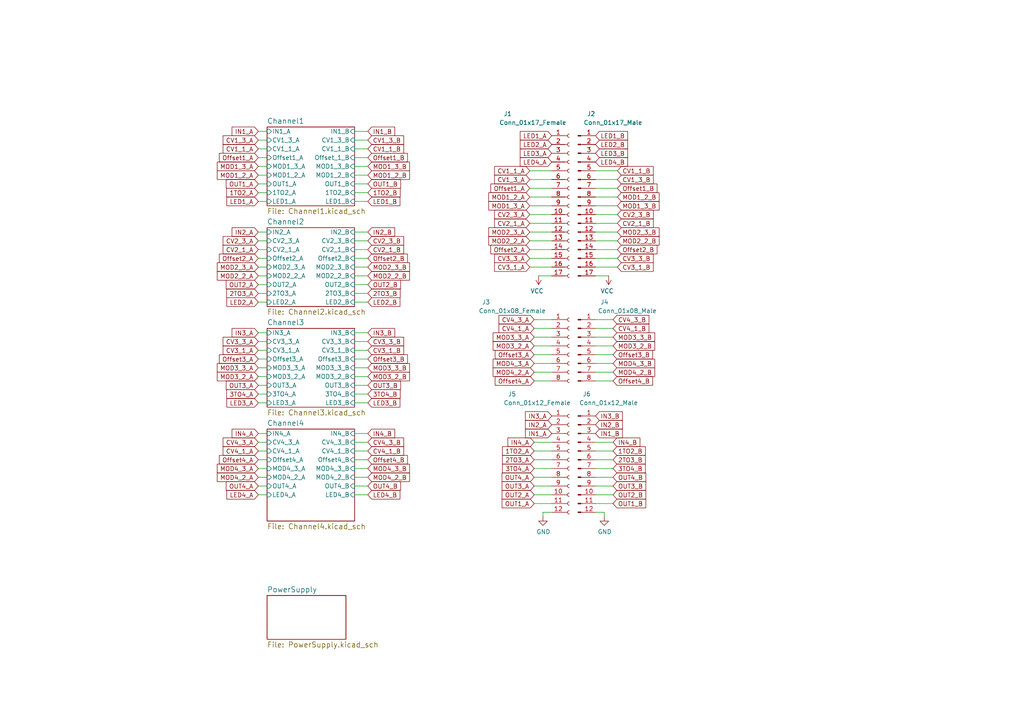
<source format=kicad_sch>
(kicad_sch (version 20211123) (generator eeschema)
  (paper "A4")
  (title_block (title "Tetra VCA") (date "2021-07-21") (rev "1") (company "SOLI.SYNTH") (comment 1 "www.solisynth.com"))
  (lib_symbols
    (symbol "TetraVCA-rescue:Conn_01x08_Female-Connector" (pin_names (offset 1.016) hide)
      (property "Reference" "J" (at 0 10.16 0))
      (property "Value" "Conn_01x08_Female-Connector" (at 0 -12.7 0))
      (symbol "Conn_01x08_Female-Connector_1_1"
        (arc (start 0 -9.652) (mid -0.508 -10.16) (end 0 -10.668) (stroke (width 0.1524)))
        (arc (start 0 -7.112) (mid -0.508 -7.62) (end 0 -8.128) (stroke (width 0.1524)))
        (arc (start 0 -4.572) (mid -0.508 -5.08) (end 0 -5.588) (stroke (width 0.1524)))
        (arc (start 0 -2.032) (mid -0.508 -2.54) (end 0 -3.048) (stroke (width 0.1524)))
        (polyline (pts (xy -1.27 -10.16) (xy -0.508 -10.16)) (stroke (width 0.1524)))
        (polyline (pts (xy -1.27 -7.62) (xy -0.508 -7.62)) (stroke (width 0.1524)))
        (polyline (pts (xy -1.27 -5.08) (xy -0.508 -5.08)) (stroke (width 0.1524)))
        (polyline (pts (xy -1.27 -2.54) (xy -0.508 -2.54)) (stroke (width 0.1524)))
        (polyline (pts (xy -1.27 0) (xy -0.508 0)) (stroke (width 0.1524)))
        (polyline (pts (xy -1.27 2.54) (xy -0.508 2.54)) (stroke (width 0.1524)))
        (polyline (pts (xy -1.27 5.08) (xy -0.508 5.08)) (stroke (width 0.1524)))
        (polyline (pts (xy -1.27 7.62) (xy -0.508 7.62)) (stroke (width 0.1524)))
        (arc (start 0 0.508) (mid -0.508 0) (end 0 -0.508) (stroke (width 0.1524)))
        (arc (start 0 3.048) (mid -0.508 2.54) (end 0 2.032) (stroke (width 0.1524)))
        (arc (start 0 5.588) (mid -0.508 5.08) (end 0 4.572) (stroke (width 0.1524)))
        (arc (start 0 8.128) (mid -0.508 7.62) (end 0 7.112) (stroke (width 0.1524)))
        (pin passive line (at -5.08 7.62 0) (length 3.81) (name "Pin_1") (number "1"))
        (pin passive line (at -5.08 5.08 0) (length 3.81) (name "Pin_2") (number "2"))
        (pin passive line (at -5.08 2.54 0) (length 3.81) (name "Pin_3") (number "3"))
        (pin passive line (at -5.08 0 0) (length 3.81) (name "Pin_4") (number "4"))
        (pin passive line (at -5.08 -2.54 0) (length 3.81) (name "Pin_5") (number "5"))
        (pin passive line (at -5.08 -5.08 0) (length 3.81) (name "Pin_6") (number "6"))
        (pin passive line (at -5.08 -7.62 0) (length 3.81) (name "Pin_7") (number "7"))
        (pin passive line (at -5.08 -10.16 0) (length 3.81) (name "Pin_8") (number "8"))
      )
    )
    (symbol "TetraVCA-rescue:Conn_01x08_Male-Connector" (pin_names (offset 1.016) hide)
      (property "Reference" "J" (at 0 10.16 0))
      (property "Value" "Conn_01x08_Male-Connector" (at 0 -12.7 0))
      (symbol "Conn_01x08_Male-Connector_1_1"
        (polyline (pts (xy 1.27 -10.16) (xy 0.8636 -10.16)) (stroke (width 0.1524)))
        (polyline (pts (xy 1.27 -7.62) (xy 0.8636 -7.62)) (stroke (width 0.1524)))
        (polyline (pts (xy 1.27 -5.08) (xy 0.8636 -5.08)) (stroke (width 0.1524)))
        (polyline (pts (xy 1.27 -2.54) (xy 0.8636 -2.54)) (stroke (width 0.1524)))
        (polyline (pts (xy 1.27 0) (xy 0.8636 0)) (stroke (width 0.1524)))
        (polyline (pts (xy 1.27 2.54) (xy 0.8636 2.54)) (stroke (width 0.1524)))
        (polyline (pts (xy 1.27 5.08) (xy 0.8636 5.08)) (stroke (width 0.1524)))
        (polyline (pts (xy 1.27 7.62) (xy 0.8636 7.62)) (stroke (width 0.1524)))
        (rectangle (start 0.8636 -10.033) (end 0 -10.287) (stroke (width 0.1524)) (fill (type outline)))
        (rectangle (start 0.8636 -7.493) (end 0 -7.747) (stroke (width 0.1524)) (fill (type outline)))
        (rectangle (start 0.8636 -4.953) (end 0 -5.207) (stroke (width 0.1524)) (fill (type outline)))
        (rectangle (start 0.8636 -2.413) (end 0 -2.667) (stroke (width 0.1524)) (fill (type outline)))
        (rectangle (start 0.8636 0.127) (end 0 -0.127) (stroke (width 0.1524)) (fill (type outline)))
        (rectangle (start 0.8636 2.667) (end 0 2.413) (stroke (width 0.1524)) (fill (type outline)))
        (rectangle (start 0.8636 5.207) (end 0 4.953) (stroke (width 0.1524)) (fill (type outline)))
        (rectangle (start 0.8636 7.747) (end 0 7.493) (stroke (width 0.1524)) (fill (type outline)))
        (pin passive line (at 5.08 7.62 180) (length 3.81) (name "Pin_1") (number "1"))
        (pin passive line (at 5.08 5.08 180) (length 3.81) (name "Pin_2") (number "2"))
        (pin passive line (at 5.08 2.54 180) (length 3.81) (name "Pin_3") (number "3"))
        (pin passive line (at 5.08 0 180) (length 3.81) (name "Pin_4") (number "4"))
        (pin passive line (at 5.08 -2.54 180) (length 3.81) (name "Pin_5") (number "5"))
        (pin passive line (at 5.08 -5.08 180) (length 3.81) (name "Pin_6") (number "6"))
        (pin passive line (at 5.08 -7.62 180) (length 3.81) (name "Pin_7") (number "7"))
        (pin passive line (at 5.08 -10.16 180) (length 3.81) (name "Pin_8") (number "8"))
      )
    )
    (symbol "TetraVCA-rescue:Conn_01x12_Female-Connector" (pin_names (offset 1.016) hide)
      (property "Reference" "J" (at 0 15.24 0))
      (property "Value" "Conn_01x12_Female-Connector" (at 0 -17.78 0))
      (symbol "Conn_01x12_Female-Connector_1_1"
        (arc (start 0 -14.732) (mid -0.508 -15.24) (end 0 -15.748) (stroke (width 0.1524)))
        (arc (start 0 -12.192) (mid -0.508 -12.7) (end 0 -13.208) (stroke (width 0.1524)))
        (arc (start 0 -9.652) (mid -0.508 -10.16) (end 0 -10.668) (stroke (width 0.1524)))
        (arc (start 0 -7.112) (mid -0.508 -7.62) (end 0 -8.128) (stroke (width 0.1524)))
        (arc (start 0 -4.572) (mid -0.508 -5.08) (end 0 -5.588) (stroke (width 0.1524)))
        (arc (start 0 -2.032) (mid -0.508 -2.54) (end 0 -3.048) (stroke (width 0.1524)))
        (polyline (pts (xy -1.27 -15.24) (xy -0.508 -15.24)) (stroke (width 0.1524)))
        (polyline (pts (xy -1.27 -12.7) (xy -0.508 -12.7)) (stroke (width 0.1524)))
        (polyline (pts (xy -1.27 -10.16) (xy -0.508 -10.16)) (stroke (width 0.1524)))
        (polyline (pts (xy -1.27 -7.62) (xy -0.508 -7.62)) (stroke (width 0.1524)))
        (polyline (pts (xy -1.27 -5.08) (xy -0.508 -5.08)) (stroke (width 0.1524)))
        (polyline (pts (xy -1.27 -2.54) (xy -0.508 -2.54)) (stroke (width 0.1524)))
        (polyline (pts (xy -1.27 0) (xy -0.508 0)) (stroke (width 0.1524)))
        (polyline (pts (xy -1.27 2.54) (xy -0.508 2.54)) (stroke (width 0.1524)))
        (polyline (pts (xy -1.27 5.08) (xy -0.508 5.08)) (stroke (width 0.1524)))
        (polyline (pts (xy -1.27 7.62) (xy -0.508 7.62)) (stroke (width 0.1524)))
        (polyline (pts (xy -1.27 10.16) (xy -0.508 10.16)) (stroke (width 0.1524)))
        (polyline (pts (xy -1.27 12.7) (xy -0.508 12.7)) (stroke (width 0.1524)))
        (arc (start 0 0.508) (mid -0.508 0) (end 0 -0.508) (stroke (width 0.1524)))
        (arc (start 0 3.048) (mid -0.508 2.54) (end 0 2.032) (stroke (width 0.1524)))
        (arc (start 0 5.588) (mid -0.508 5.08) (end 0 4.572) (stroke (width 0.1524)))
        (arc (start 0 8.128) (mid -0.508 7.62) (end 0 7.112) (stroke (width 0.1524)))
        (arc (start 0 10.668) (mid -0.508 10.16) (end 0 9.652) (stroke (width 0.1524)))
        (arc (start 0 13.208) (mid -0.508 12.7) (end 0 12.192) (stroke (width 0.1524)))
        (pin passive line (at -5.08 12.7 0) (length 3.81) (name "Pin_1") (number "1"))
        (pin passive line (at -5.08 -10.16 0) (length 3.81) (name "Pin_10") (number "10"))
        (pin passive line (at -5.08 -12.7 0) (length 3.81) (name "Pin_11") (number "11"))
        (pin passive line (at -5.08 -15.24 0) (length 3.81) (name "Pin_12") (number "12"))
        (pin passive line (at -5.08 10.16 0) (length 3.81) (name "Pin_2") (number "2"))
        (pin passive line (at -5.08 7.62 0) (length 3.81) (name "Pin_3") (number "3"))
        (pin passive line (at -5.08 5.08 0) (length 3.81) (name "Pin_4") (number "4"))
        (pin passive line (at -5.08 2.54 0) (length 3.81) (name "Pin_5") (number "5"))
        (pin passive line (at -5.08 0 0) (length 3.81) (name "Pin_6") (number "6"))
        (pin passive line (at -5.08 -2.54 0) (length 3.81) (name "Pin_7") (number "7"))
        (pin passive line (at -5.08 -5.08 0) (length 3.81) (name "Pin_8") (number "8"))
        (pin passive line (at -5.08 -7.62 0) (length 3.81) (name "Pin_9") (number "9"))
      )
    )
    (symbol "TetraVCA-rescue:Conn_01x12_Male-Connector" (pin_names (offset 1.016) hide)
      (property "Reference" "J" (at 0 15.24 0))
      (property "Value" "Conn_01x12_Male-Connector" (at 0 -17.78 0))
      (symbol "Conn_01x12_Male-Connector_1_1"
        (polyline (pts (xy 1.27 -15.24) (xy 0.8636 -15.24)) (stroke (width 0.1524)))
        (polyline (pts (xy 1.27 -12.7) (xy 0.8636 -12.7)) (stroke (width 0.1524)))
        (polyline (pts (xy 1.27 -10.16) (xy 0.8636 -10.16)) (stroke (width 0.1524)))
        (polyline (pts (xy 1.27 -7.62) (xy 0.8636 -7.62)) (stroke (width 0.1524)))
        (polyline (pts (xy 1.27 -5.08) (xy 0.8636 -5.08)) (stroke (width 0.1524)))
        (polyline (pts (xy 1.27 -2.54) (xy 0.8636 -2.54)) (stroke (width 0.1524)))
        (polyline (pts (xy 1.27 0) (xy 0.8636 0)) (stroke (width 0.1524)))
        (polyline (pts (xy 1.27 2.54) (xy 0.8636 2.54)) (stroke (width 0.1524)))
        (polyline (pts (xy 1.27 5.08) (xy 0.8636 5.08)) (stroke (width 0.1524)))
        (polyline (pts (xy 1.27 7.62) (xy 0.8636 7.62)) (stroke (width 0.1524)))
        (polyline (pts (xy 1.27 10.16) (xy 0.8636 10.16)) (stroke (width 0.1524)))
        (polyline (pts (xy 1.27 12.7) (xy 0.8636 12.7)) (stroke (width 0.1524)))
        (rectangle (start 0.8636 -15.113) (end 0 -15.367) (stroke (width 0.1524)) (fill (type outline)))
        (rectangle (start 0.8636 -12.573) (end 0 -12.827) (stroke (width 0.1524)) (fill (type outline)))
        (rectangle (start 0.8636 -10.033) (end 0 -10.287) (stroke (width 0.1524)) (fill (type outline)))
        (rectangle (start 0.8636 -7.493) (end 0 -7.747) (stroke (width 0.1524)) (fill (type outline)))
        (rectangle (start 0.8636 -4.953) (end 0 -5.207) (stroke (width 0.1524)) (fill (type outline)))
        (rectangle (start 0.8636 -2.413) (end 0 -2.667) (stroke (width 0.1524)) (fill (type outline)))
        (rectangle (start 0.8636 0.127) (end 0 -0.127) (stroke (width 0.1524)) (fill (type outline)))
        (rectangle (start 0.8636 2.667) (end 0 2.413) (stroke (width 0.1524)) (fill (type outline)))
        (rectangle (start 0.8636 5.207) (end 0 4.953) (stroke (width 0.1524)) (fill (type outline)))
        (rectangle (start 0.8636 7.747) (end 0 7.493) (stroke (width 0.1524)) (fill (type outline)))
        (rectangle (start 0.8636 10.287) (end 0 10.033) (stroke (width 0.1524)) (fill (type outline)))
        (rectangle (start 0.8636 12.827) (end 0 12.573) (stroke (width 0.1524)) (fill (type outline)))
        (pin passive line (at 5.08 12.7 180) (length 3.81) (name "Pin_1") (number "1"))
        (pin passive line (at 5.08 -10.16 180) (length 3.81) (name "Pin_10") (number "10"))
        (pin passive line (at 5.08 -12.7 180) (length 3.81) (name "Pin_11") (number "11"))
        (pin passive line (at 5.08 -15.24 180) (length 3.81) (name "Pin_12") (number "12"))
        (pin passive line (at 5.08 10.16 180) (length 3.81) (name "Pin_2") (number "2"))
        (pin passive line (at 5.08 7.62 180) (length 3.81) (name "Pin_3") (number "3"))
        (pin passive line (at 5.08 5.08 180) (length 3.81) (name "Pin_4") (number "4"))
        (pin passive line (at 5.08 2.54 180) (length 3.81) (name "Pin_5") (number "5"))
        (pin passive line (at 5.08 0 180) (length 3.81) (name "Pin_6") (number "6"))
        (pin passive line (at 5.08 -2.54 180) (length 3.81) (name "Pin_7") (number "7"))
        (pin passive line (at 5.08 -5.08 180) (length 3.81) (name "Pin_8") (number "8"))
        (pin passive line (at 5.08 -7.62 180) (length 3.81) (name "Pin_9") (number "9"))
      )
    )
    (symbol "TetraVCA-rescue:Conn_01x17_Female-Connector" (pin_names (offset 1.016) hide)
      (property "Reference" "J" (at 0 22.86 0))
      (property "Value" "Conn_01x17_Female-Connector" (at 0 -22.86 0))
      (symbol "Conn_01x17_Female-Connector_1_1"
        (arc (start 0 -19.812) (mid -0.508 -20.32) (end 0 -20.828) (stroke (width 0.1524)))
        (arc (start 0 -17.272) (mid -0.508 -17.78) (end 0 -18.288) (stroke (width 0.1524)))
        (arc (start 0 -14.732) (mid -0.508 -15.24) (end 0 -15.748) (stroke (width 0.1524)))
        (arc (start 0 -12.192) (mid -0.508 -12.7) (end 0 -13.208) (stroke (width 0.1524)))
        (arc (start 0 -9.652) (mid -0.508 -10.16) (end 0 -10.668) (stroke (width 0.1524)))
        (arc (start 0 -7.112) (mid -0.508 -7.62) (end 0 -8.128) (stroke (width 0.1524)))
        (arc (start 0 -4.572) (mid -0.508 -5.08) (end 0 -5.588) (stroke (width 0.1524)))
        (arc (start 0 -2.032) (mid -0.508 -2.54) (end 0 -3.048) (stroke (width 0.1524)))
        (polyline (pts (xy -1.27 -20.32) (xy -0.508 -20.32)) (stroke (width 0.1524)))
        (polyline (pts (xy -1.27 -17.78) (xy -0.508 -17.78)) (stroke (width 0.1524)))
        (polyline (pts (xy -1.27 -15.24) (xy -0.508 -15.24)) (stroke (width 0.1524)))
        (polyline (pts (xy -1.27 -12.7) (xy -0.508 -12.7)) (stroke (width 0.1524)))
        (polyline (pts (xy -1.27 -10.16) (xy -0.508 -10.16)) (stroke (width 0.1524)))
        (polyline (pts (xy -1.27 -7.62) (xy -0.508 -7.62)) (stroke (width 0.1524)))
        (polyline (pts (xy -1.27 -5.08) (xy -0.508 -5.08)) (stroke (width 0.1524)))
        (polyline (pts (xy -1.27 -2.54) (xy -0.508 -2.54)) (stroke (width 0.1524)))
        (polyline (pts (xy -1.27 0) (xy -0.508 0)) (stroke (width 0.1524)))
        (polyline (pts (xy -1.27 2.54) (xy -0.508 2.54)) (stroke (width 0.1524)))
        (polyline (pts (xy -1.27 5.08) (xy -0.508 5.08)) (stroke (width 0.1524)))
        (polyline (pts (xy -1.27 7.62) (xy -0.508 7.62)) (stroke (width 0.1524)))
        (polyline (pts (xy -1.27 10.16) (xy -0.508 10.16)) (stroke (width 0.1524)))
        (polyline (pts (xy -1.27 12.7) (xy -0.508 12.7)) (stroke (width 0.1524)))
        (polyline (pts (xy -1.27 15.24) (xy -0.508 15.24)) (stroke (width 0.1524)))
        (polyline (pts (xy -1.27 17.78) (xy -0.508 17.78)) (stroke (width 0.1524)))
        (polyline (pts (xy -1.27 20.32) (xy -0.508 20.32)) (stroke (width 0.1524)))
        (arc (start 0 0.508) (mid -0.508 0) (end 0 -0.508) (stroke (width 0.1524)))
        (arc (start 0 3.048) (mid -0.508 2.54) (end 0 2.032) (stroke (width 0.1524)))
        (arc (start 0 5.588) (mid -0.508 5.08) (end 0 4.572) (stroke (width 0.1524)))
        (arc (start 0 8.128) (mid -0.508 7.62) (end 0 7.112) (stroke (width 0.1524)))
        (arc (start 0 10.668) (mid -0.508 10.16) (end 0 9.652) (stroke (width 0.1524)))
        (arc (start 0 13.208) (mid -0.508 12.7) (end 0 12.192) (stroke (width 0.1524)))
        (arc (start 0 15.748) (mid -0.508 15.24) (end 0 14.732) (stroke (width 0.1524)))
        (arc (start 0 18.288) (mid -0.508 17.78) (end 0 17.272) (stroke (width 0.1524)))
        (arc (start 0 20.828) (mid -0.508 20.32) (end 0 19.812) (stroke (width 0.1524)))
        (pin passive line (at -5.08 20.32 0) (length 3.81) (name "Pin_1") (number "1"))
        (pin passive line (at -5.08 -2.54 0) (length 3.81) (name "Pin_10") (number "10"))
        (pin passive line (at -5.08 -5.08 0) (length 3.81) (name "Pin_11") (number "11"))
        (pin passive line (at -5.08 -7.62 0) (length 3.81) (name "Pin_12") (number "12"))
        (pin passive line (at -5.08 -10.16 0) (length 3.81) (name "Pin_13") (number "13"))
        (pin passive line (at -5.08 -12.7 0) (length 3.81) (name "Pin_14") (number "14"))
        (pin passive line (at -5.08 -15.24 0) (length 3.81) (name "Pin_15") (number "15"))
        (pin passive line (at -5.08 -17.78 0) (length 3.81) (name "Pin_16") (number "16"))
        (pin passive line (at -5.08 -20.32 0) (length 3.81) (name "Pin_17") (number "17"))
        (pin passive line (at -5.08 17.78 0) (length 3.81) (name "Pin_2") (number "2"))
        (pin passive line (at -5.08 15.24 0) (length 3.81) (name "Pin_3") (number "3"))
        (pin passive line (at -5.08 12.7 0) (length 3.81) (name "Pin_4") (number "4"))
        (pin passive line (at -5.08 10.16 0) (length 3.81) (name "Pin_5") (number "5"))
        (pin passive line (at -5.08 7.62 0) (length 3.81) (name "Pin_6") (number "6"))
        (pin passive line (at -5.08 5.08 0) (length 3.81) (name "Pin_7") (number "7"))
        (pin passive line (at -5.08 2.54 0) (length 3.81) (name "Pin_8") (number "8"))
        (pin passive line (at -5.08 0 0) (length 3.81) (name "Pin_9") (number "9"))
      )
    )
    (symbol "TetraVCA-rescue:Conn_01x17_Male-Connector" (pin_names (offset 1.016) hide)
      (property "Reference" "J" (at 0 22.86 0))
      (property "Value" "Conn_01x17_Male-Connector" (at 0 -22.86 0))
      (symbol "Conn_01x17_Male-Connector_1_1"
        (polyline (pts (xy 1.27 -20.32) (xy 0.8636 -20.32)) (stroke (width 0.1524)))
        (polyline (pts (xy 1.27 -17.78) (xy 0.8636 -17.78)) (stroke (width 0.1524)))
        (polyline (pts (xy 1.27 -15.24) (xy 0.8636 -15.24)) (stroke (width 0.1524)))
        (polyline (pts (xy 1.27 -12.7) (xy 0.8636 -12.7)) (stroke (width 0.1524)))
        (polyline (pts (xy 1.27 -10.16) (xy 0.8636 -10.16)) (stroke (width 0.1524)))
        (polyline (pts (xy 1.27 -7.62) (xy 0.8636 -7.62)) (stroke (width 0.1524)))
        (polyline (pts (xy 1.27 -5.08) (xy 0.8636 -5.08)) (stroke (width 0.1524)))
        (polyline (pts (xy 1.27 -2.54) (xy 0.8636 -2.54)) (stroke (width 0.1524)))
        (polyline (pts (xy 1.27 0) (xy 0.8636 0)) (stroke (width 0.1524)))
        (polyline (pts (xy 1.27 2.54) (xy 0.8636 2.54)) (stroke (width 0.1524)))
        (polyline (pts (xy 1.27 5.08) (xy 0.8636 5.08)) (stroke (width 0.1524)))
        (polyline (pts (xy 1.27 7.62) (xy 0.8636 7.62)) (stroke (width 0.1524)))
        (polyline (pts (xy 1.27 10.16) (xy 0.8636 10.16)) (stroke (width 0.1524)))
        (polyline (pts (xy 1.27 12.7) (xy 0.8636 12.7)) (stroke (width 0.1524)))
        (polyline (pts (xy 1.27 15.24) (xy 0.8636 15.24)) (stroke (width 0.1524)))
        (polyline (pts (xy 1.27 17.78) (xy 0.8636 17.78)) (stroke (width 0.1524)))
        (polyline (pts (xy 1.27 20.32) (xy 0.8636 20.32)) (stroke (width 0.1524)))
        (rectangle (start 0.8636 -20.193) (end 0 -20.447) (stroke (width 0.1524)) (fill (type outline)))
        (rectangle (start 0.8636 -17.653) (end 0 -17.907) (stroke (width 0.1524)) (fill (type outline)))
        (rectangle (start 0.8636 -15.113) (end 0 -15.367) (stroke (width 0.1524)) (fill (type outline)))
        (rectangle (start 0.8636 -12.573) (end 0 -12.827) (stroke (width 0.1524)) (fill (type outline)))
        (rectangle (start 0.8636 -10.033) (end 0 -10.287) (stroke (width 0.1524)) (fill (type outline)))
        (rectangle (start 0.8636 -7.493) (end 0 -7.747) (stroke (width 0.1524)) (fill (type outline)))
        (rectangle (start 0.8636 -4.953) (end 0 -5.207) (stroke (width 0.1524)) (fill (type outline)))
        (rectangle (start 0.8636 -2.413) (end 0 -2.667) (stroke (width 0.1524)) (fill (type outline)))
        (rectangle (start 0.8636 0.127) (end 0 -0.127) (stroke (width 0.1524)) (fill (type outline)))
        (rectangle (start 0.8636 2.667) (end 0 2.413) (stroke (width 0.1524)) (fill (type outline)))
        (rectangle (start 0.8636 5.207) (end 0 4.953) (stroke (width 0.1524)) (fill (type outline)))
        (rectangle (start 0.8636 7.747) (end 0 7.493) (stroke (width 0.1524)) (fill (type outline)))
        (rectangle (start 0.8636 10.287) (end 0 10.033) (stroke (width 0.1524)) (fill (type outline)))
        (rectangle (start 0.8636 12.827) (end 0 12.573) (stroke (width 0.1524)) (fill (type outline)))
        (rectangle (start 0.8636 15.367) (end 0 15.113) (stroke (width 0.1524)) (fill (type outline)))
        (rectangle (start 0.8636 17.907) (end 0 17.653) (stroke (width 0.1524)) (fill (type outline)))
        (rectangle (start 0.8636 20.447) (end 0 20.193) (stroke (width 0.1524)) (fill (type outline)))
        (pin passive line (at 5.08 20.32 180) (length 3.81) (name "Pin_1") (number "1"))
        (pin passive line (at 5.08 -2.54 180) (length 3.81) (name "Pin_10") (number "10"))
        (pin passive line (at 5.08 -5.08 180) (length 3.81) (name "Pin_11") (number "11"))
        (pin passive line (at 5.08 -7.62 180) (length 3.81) (name "Pin_12") (number "12"))
        (pin passive line (at 5.08 -10.16 180) (length 3.81) (name "Pin_13") (number "13"))
        (pin passive line (at 5.08 -12.7 180) (length 3.81) (name "Pin_14") (number "14"))
        (pin passive line (at 5.08 -15.24 180) (length 3.81) (name "Pin_15") (number "15"))
        (pin passive line (at 5.08 -17.78 180) (length 3.81) (name "Pin_16") (number "16"))
        (pin passive line (at 5.08 -20.32 180) (length 3.81) (name "Pin_17") (number "17"))
        (pin passive line (at 5.08 17.78 180) (length 3.81) (name "Pin_2") (number "2"))
        (pin passive line (at 5.08 15.24 180) (length 3.81) (name "Pin_3") (number "3"))
        (pin passive line (at 5.08 12.7 180) (length 3.81) (name "Pin_4") (number "4"))
        (pin passive line (at 5.08 10.16 180) (length 3.81) (name "Pin_5") (number "5"))
        (pin passive line (at 5.08 7.62 180) (length 3.81) (name "Pin_6") (number "6"))
        (pin passive line (at 5.08 5.08 180) (length 3.81) (name "Pin_7") (number "7"))
        (pin passive line (at 5.08 2.54 180) (length 3.81) (name "Pin_8") (number "8"))
        (pin passive line (at 5.08 0 180) (length 3.81) (name "Pin_9") (number "9"))
      )
    )
    (symbol "power:GND" (power) (pin_names (offset 0))
      (property "Value" "GND" (at 0 -3.81 0))
      (symbol "GND_0_1"
        (polyline (pts (xy 0 0) (xy 0 -1.27) (xy 1.27 -1.27) (xy 0 -2.54) (xy -1.27 -1.27) (xy 0 -1.27)))
      )
      (symbol "GND_1_1"
        (pin power_in line (at 0 0 270) (length 0) hide (name "GND") (number "1"))
      )
    )
    (symbol "power:VCC" (power) (pin_names (offset 0))
      (property "Value" "VCC" (at 0 3.81 0))
      (symbol "VCC_0_1"
        (polyline (pts (xy -0.762 1.27) (xy 0 2.54)))
        (polyline (pts (xy 0 0) (xy 0 2.54)))
        (polyline (pts (xy 0 2.54) (xy 0.762 1.27)))
      )
      (symbol "VCC_1_1"
        (pin power_in line (at 0 0 90) (length 0) hide (name "VCC") (number "1"))
      )
    )
  )
  (wire (pts (xy 172.72 74.93) (xy 179.07 74.93)))
  (wire (pts (xy 154.94 92.71) (xy 160.02 92.71)))
  (wire (pts (xy 102.87 99.06) (xy 106.68 99.06)))
  (wire (pts (xy 74.93 74.93) (xy 77.47 74.93)))
  (wire (pts (xy 74.93 114.3) (xy 77.47 114.3)))
  (wire (pts (xy 74.93 82.55) (xy 77.47 82.55)))
  (wire (pts (xy 74.93 140.97) (xy 77.47 140.97)))
  (wire (pts (xy 172.72 146.05) (xy 177.8 146.05)))
  (wire (pts (xy 172.72 148.59) (xy 175.26 148.59)))
  (wire (pts (xy 172.72 52.07) (xy 179.07 52.07)))
  (wire (pts (xy 153.67 69.85) (xy 160.02 69.85)))
  (wire (pts (xy 102.87 133.35) (xy 106.68 133.35)))
  (wire (pts (xy 102.87 114.3) (xy 106.68 114.3)))
  (wire (pts (xy 154.94 140.97) (xy 160.02 140.97)))
  (wire (pts (xy 74.93 69.85) (xy 77.47 69.85)))
  (wire (pts (xy 102.87 85.09) (xy 106.68 85.09)))
  (wire (pts (xy 74.93 111.76) (xy 77.47 111.76)))
  (wire (pts (xy 172.72 59.69) (xy 179.07 59.69)))
  (wire (pts (xy 102.87 40.64) (xy 106.68 40.64)))
  (wire (pts (xy 74.93 50.8) (xy 77.47 50.8)))
  (wire (pts (xy 74.93 55.88) (xy 77.47 55.88)))
  (wire (pts (xy 160.02 80.01) (xy 156.21 80.01)))
  (wire (pts (xy 102.87 109.22) (xy 106.68 109.22)))
  (wire (pts (xy 74.93 125.73) (xy 77.47 125.73)))
  (wire (pts (xy 74.93 128.27) (xy 77.47 128.27)))
  (wire (pts (xy 74.93 96.52) (xy 77.47 96.52)))
  (wire (pts (xy 74.93 58.42) (xy 77.47 58.42)))
  (wire (pts (xy 154.94 107.95) (xy 160.02 107.95)))
  (wire (pts (xy 102.87 69.85) (xy 106.68 69.85)))
  (wire (pts (xy 172.72 100.33) (xy 177.8 100.33)))
  (wire (pts (xy 102.87 74.93) (xy 106.68 74.93)))
  (wire (pts (xy 172.72 135.89) (xy 177.8 135.89)))
  (wire (pts (xy 172.72 102.87) (xy 177.8 102.87)))
  (wire (pts (xy 154.94 130.81) (xy 160.02 130.81)))
  (wire (pts (xy 102.87 116.84) (xy 106.68 116.84)))
  (wire (pts (xy 172.72 72.39) (xy 179.07 72.39)))
  (wire (pts (xy 153.67 57.15) (xy 160.02 57.15)))
  (wire (pts (xy 102.87 45.72) (xy 106.68 45.72)))
  (wire (pts (xy 102.87 101.6) (xy 106.68 101.6)))
  (wire (pts (xy 154.94 138.43) (xy 160.02 138.43)))
  (wire (pts (xy 172.72 67.31) (xy 179.07 67.31)))
  (wire (pts (xy 74.93 85.09) (xy 77.47 85.09)))
  (wire (pts (xy 172.72 80.01) (xy 176.53 80.01)))
  (wire (pts (xy 74.93 99.06) (xy 77.47 99.06)))
  (wire (pts (xy 153.67 64.77) (xy 160.02 64.77)))
  (wire (pts (xy 74.93 106.68) (xy 77.47 106.68)))
  (wire (pts (xy 175.26 148.59) (xy 175.26 149.86)))
  (wire (pts (xy 172.72 138.43) (xy 177.8 138.43)))
  (wire (pts (xy 153.67 52.07) (xy 160.02 52.07)))
  (wire (pts (xy 102.87 140.97) (xy 106.68 140.97)))
  (wire (pts (xy 154.94 105.41) (xy 160.02 105.41)))
  (wire (pts (xy 102.87 104.14) (xy 106.68 104.14)))
  (wire (pts (xy 102.87 82.55) (xy 106.68 82.55)))
  (wire (pts (xy 172.72 105.41) (xy 177.8 105.41)))
  (wire (pts (xy 154.94 100.33) (xy 160.02 100.33)))
  (wire (pts (xy 172.72 143.51) (xy 177.8 143.51)))
  (wire (pts (xy 74.93 133.35) (xy 77.47 133.35)))
  (wire (pts (xy 172.72 130.81) (xy 177.8 130.81)))
  (wire (pts (xy 102.87 87.63) (xy 106.68 87.63)))
  (wire (pts (xy 102.87 138.43) (xy 106.68 138.43)))
  (wire (pts (xy 154.94 146.05) (xy 160.02 146.05)))
  (wire (pts (xy 153.67 74.93) (xy 160.02 74.93)))
  (wire (pts (xy 154.94 97.79) (xy 160.02 97.79)))
  (wire (pts (xy 74.93 101.6) (xy 77.47 101.6)))
  (wire (pts (xy 172.72 77.47) (xy 179.07 77.47)))
  (wire (pts (xy 172.72 110.49) (xy 177.8 110.49)))
  (wire (pts (xy 74.93 116.84) (xy 77.47 116.84)))
  (wire (pts (xy 102.87 55.88) (xy 106.68 55.88)))
  (wire (pts (xy 153.67 67.31) (xy 160.02 67.31)))
  (wire (pts (xy 172.72 57.15) (xy 179.07 57.15)))
  (wire (pts (xy 102.87 125.73) (xy 106.68 125.73)))
  (wire (pts (xy 74.93 130.81) (xy 77.47 130.81)))
  (wire (pts (xy 172.72 133.35) (xy 177.8 133.35)))
  (wire (pts (xy 74.93 43.18) (xy 77.47 43.18)))
  (wire (pts (xy 154.94 133.35) (xy 160.02 133.35)))
  (wire (pts (xy 74.93 109.22) (xy 77.47 109.22)))
  (wire (pts (xy 74.93 143.51) (xy 77.47 143.51)))
  (wire (pts (xy 74.93 72.39) (xy 77.47 72.39)))
  (wire (pts (xy 102.87 38.1) (xy 106.68 38.1)))
  (wire (pts (xy 153.67 49.53) (xy 160.02 49.53)))
  (wire (pts (xy 153.67 62.23) (xy 160.02 62.23)))
  (wire (pts (xy 160.02 148.59) (xy 157.48 148.59)))
  (wire (pts (xy 172.72 54.61) (xy 179.07 54.61)))
  (wire (pts (xy 153.67 54.61) (xy 160.02 54.61)))
  (wire (pts (xy 154.94 102.87) (xy 160.02 102.87)))
  (wire (pts (xy 102.87 77.47) (xy 106.68 77.47)))
  (wire (pts (xy 172.72 92.71) (xy 177.8 92.71)))
  (wire (pts (xy 154.94 110.49) (xy 160.02 110.49)))
  (wire (pts (xy 74.93 48.26) (xy 77.47 48.26)))
  (wire (pts (xy 102.87 106.68) (xy 106.68 106.68)))
  (wire (pts (xy 172.72 69.85) (xy 179.07 69.85)))
  (wire (pts (xy 102.87 58.42) (xy 106.68 58.42)))
  (wire (pts (xy 154.94 143.51) (xy 160.02 143.51)))
  (wire (pts (xy 172.72 128.27) (xy 177.8 128.27)))
  (wire (pts (xy 102.87 67.31) (xy 106.68 67.31)))
  (wire (pts (xy 102.87 80.01) (xy 106.68 80.01)))
  (wire (pts (xy 102.87 48.26) (xy 106.68 48.26)))
  (wire (pts (xy 74.93 45.72) (xy 77.47 45.72)))
  (wire (pts (xy 74.93 77.47) (xy 77.47 77.47)))
  (wire (pts (xy 172.72 95.25) (xy 177.8 95.25)))
  (wire (pts (xy 172.72 107.95) (xy 177.8 107.95)))
  (wire (pts (xy 102.87 96.52) (xy 106.68 96.52)))
  (wire (pts (xy 153.67 77.47) (xy 160.02 77.47)))
  (wire (pts (xy 74.93 87.63) (xy 77.47 87.63)))
  (wire (pts (xy 74.93 135.89) (xy 77.47 135.89)))
  (wire (pts (xy 74.93 104.14) (xy 77.47 104.14)))
  (wire (pts (xy 172.72 140.97) (xy 177.8 140.97)))
  (wire (pts (xy 102.87 50.8) (xy 106.68 50.8)))
  (wire (pts (xy 154.94 135.89) (xy 160.02 135.89)))
  (wire (pts (xy 102.87 53.34) (xy 106.68 53.34)))
  (wire (pts (xy 172.72 49.53) (xy 179.07 49.53)))
  (wire (pts (xy 74.93 53.34) (xy 77.47 53.34)))
  (wire (pts (xy 74.93 138.43) (xy 77.47 138.43)))
  (wire (pts (xy 154.94 128.27) (xy 160.02 128.27)))
  (wire (pts (xy 102.87 72.39) (xy 106.68 72.39)))
  (wire (pts (xy 74.93 38.1) (xy 77.47 38.1)))
  (wire (pts (xy 74.93 40.64) (xy 77.47 40.64)))
  (wire (pts (xy 102.87 135.89) (xy 106.68 135.89)))
  (wire (pts (xy 172.72 62.23) (xy 179.07 62.23)))
  (wire (pts (xy 102.87 128.27) (xy 106.68 128.27)))
  (wire (pts (xy 102.87 111.76) (xy 106.68 111.76)))
  (wire (pts (xy 172.72 64.77) (xy 179.07 64.77)))
  (wire (pts (xy 154.94 95.25) (xy 160.02 95.25)))
  (wire (pts (xy 74.93 67.31) (xy 77.47 67.31)))
  (wire (pts (xy 102.87 130.81) (xy 106.68 130.81)))
  (wire (pts (xy 153.67 59.69) (xy 160.02 59.69)))
  (wire (pts (xy 102.87 143.51) (xy 106.68 143.51)))
  (wire (pts (xy 74.93 80.01) (xy 77.47 80.01)))
  (wire (pts (xy 153.67 72.39) (xy 160.02 72.39)))
  (wire (pts (xy 157.48 148.59) (xy 157.48 149.86)))
  (wire (pts (xy 172.72 97.79) (xy 177.8 97.79)))
  (wire (pts (xy 102.87 43.18) (xy 106.68 43.18)))
  (global_label "LED2_A" (shape input) (at 160.02 41.91 180) (property "Intersheet References" "${INTERSHEET_REFS}" (effects hide)))
  (global_label "Offset4_A" (shape input) (at 154.94 110.49 180) (property "Intersheet References" "${INTERSHEET_REFS}" (effects hide)))
  (global_label "MOD1_3_B" (shape input) (at 179.07 59.69 0) (property "Intersheet References" "${INTERSHEET_REFS}" (effects hide)))
  (global_label "LED1_A" (shape input) (at 160.02 39.37 180) (property "Intersheet References" "${INTERSHEET_REFS}" (effects hide)))
  (global_label "CV1_3_B" (shape input) (at 179.07 52.07 0) (property "Intersheet References" "${INTERSHEET_REFS}" (effects hide)))
  (global_label "MOD3_3_A" (shape input) (at 154.94 97.79 180) (property "Intersheet References" "${INTERSHEET_REFS}" (effects hide)))
  (global_label "CV2_1_A" (shape input) (at 74.93 72.39 180) (property "Intersheet References" "${INTERSHEET_REFS}" (effects hide)))
  (global_label "LED3_A" (shape input) (at 160.02 44.45 180) (property "Intersheet References" "${INTERSHEET_REFS}" (effects hide)))
  (global_label "CV3_1_A" (shape input) (at 153.67 77.47 180) (property "Intersheet References" "${INTERSHEET_REFS}" (effects hide)))
  (global_label "CV2_1_B" (shape input) (at 179.07 64.77 0) (property "Intersheet References" "${INTERSHEET_REFS}" (effects hide)))
  (global_label "Offset1_B" (shape input) (at 179.07 54.61 0) (property "Intersheet References" "${INTERSHEET_REFS}" (effects hide)))
  (global_label "3TO4_B" (shape input) (at 106.68 114.3 0) (property "Intersheet References" "${INTERSHEET_REFS}" (effects hide)))
  (global_label "Offset2_B" (shape input) (at 106.68 74.93 0) (property "Intersheet References" "${INTERSHEET_REFS}" (effects hide)))
  (global_label "CV1_1_B" (shape input) (at 106.68 43.18 0) (property "Intersheet References" "${INTERSHEET_REFS}" (effects hide)))
  (global_label "CV4_1_A" (shape input) (at 154.94 95.25 180) (property "Intersheet References" "${INTERSHEET_REFS}" (effects hide)))
  (global_label "Offset4_B" (shape input) (at 106.68 133.35 0) (property "Intersheet References" "${INTERSHEET_REFS}" (effects hide)))
  (global_label "Offset3_B" (shape input) (at 106.68 104.14 0) (property "Intersheet References" "${INTERSHEET_REFS}" (effects hide)))
  (global_label "OUT3_A" (shape input) (at 74.93 111.76 180) (property "Intersheet References" "${INTERSHEET_REFS}" (effects hide)))
  (global_label "MOD1_2_B" (shape input) (at 106.68 50.8 0) (property "Intersheet References" "${INTERSHEET_REFS}" (effects hide)))
  (global_label "IN4_A" (shape input) (at 154.94 128.27 180) (property "Intersheet References" "${INTERSHEET_REFS}" (effects hide)))
  (global_label "3TO4_A" (shape input) (at 74.93 114.3 180) (property "Intersheet References" "${INTERSHEET_REFS}" (effects hide)))
  (global_label "CV2_3_B" (shape input) (at 179.07 62.23 0) (property "Intersheet References" "${INTERSHEET_REFS}" (effects hide)))
  (global_label "IN3_B" (shape input) (at 106.68 96.52 0) (property "Intersheet References" "${INTERSHEET_REFS}" (effects hide)))
  (global_label "2TO3_A" (shape input) (at 154.94 133.35 180) (property "Intersheet References" "${INTERSHEET_REFS}" (effects hide)))
  (global_label "Offset2_A" (shape input) (at 74.93 74.93 180) (property "Intersheet References" "${INTERSHEET_REFS}" (effects hide)))
  (global_label "MOD2_2_B" (shape input) (at 179.07 69.85 0) (property "Intersheet References" "${INTERSHEET_REFS}" (effects hide)))
  (global_label "3TO4_B" (shape input) (at 177.8 135.89 0) (property "Intersheet References" "${INTERSHEET_REFS}" (effects hide)))
  (global_label "OUT1_A" (shape input) (at 74.93 53.34 180) (property "Intersheet References" "${INTERSHEET_REFS}" (effects hide)))
  (global_label "Offset1_A" (shape input) (at 153.67 54.61 180) (property "Intersheet References" "${INTERSHEET_REFS}" (effects hide)))
  (global_label "OUT4_B" (shape input) (at 177.8 138.43 0) (property "Intersheet References" "${INTERSHEET_REFS}" (effects hide)))
  (global_label "MOD1_3_A" (shape input) (at 74.93 48.26 180) (property "Intersheet References" "${INTERSHEET_REFS}" (effects hide)))
  (global_label "MOD2_3_A" (shape input) (at 74.93 77.47 180) (property "Intersheet References" "${INTERSHEET_REFS}" (effects hide)))
  (global_label "Offset3_A" (shape input) (at 74.93 104.14 180) (property "Intersheet References" "${INTERSHEET_REFS}" (effects hide)))
  (global_label "CV1_3_A" (shape input) (at 74.93 40.64 180) (property "Intersheet References" "${INTERSHEET_REFS}" (effects hide)))
  (global_label "LED4_A" (shape input) (at 74.93 143.51 180) (property "Intersheet References" "${INTERSHEET_REFS}" (effects hide)))
  (global_label "CV3_1_B" (shape input) (at 106.68 101.6 0) (property "Intersheet References" "${INTERSHEET_REFS}" (effects hide)))
  (global_label "MOD3_2_B" (shape input) (at 106.68 109.22 0) (property "Intersheet References" "${INTERSHEET_REFS}" (effects hide)))
  (global_label "1TO2_B" (shape input) (at 177.8 130.81 0) (property "Intersheet References" "${INTERSHEET_REFS}" (effects hide)))
  (global_label "MOD3_2_B" (shape input) (at 177.8 100.33 0) (property "Intersheet References" "${INTERSHEET_REFS}" (effects hide)))
  (global_label "Offset3_A" (shape input) (at 154.94 102.87 180) (property "Intersheet References" "${INTERSHEET_REFS}" (effects hide)))
  (global_label "IN2_A" (shape input) (at 74.93 67.31 180) (property "Intersheet References" "${INTERSHEET_REFS}" (effects hide)))
  (global_label "IN4_B" (shape input) (at 177.8 128.27 0) (property "Intersheet References" "${INTERSHEET_REFS}" (effects hide)))
  (global_label "OUT1_A" (shape input) (at 154.94 146.05 180) (property "Intersheet References" "${INTERSHEET_REFS}" (effects hide)))
  (global_label "MOD3_3_B" (shape input) (at 177.8 97.79 0) (property "Intersheet References" "${INTERSHEET_REFS}" (effects hide)))
  (global_label "1TO2_A" (shape input) (at 74.93 55.88 180) (property "Intersheet References" "${INTERSHEET_REFS}" (effects hide)))
  (global_label "LED1_A" (shape input) (at 74.93 58.42 180) (property "Intersheet References" "${INTERSHEET_REFS}" (effects hide)))
  (global_label "MOD2_3_B" (shape input) (at 179.07 67.31 0) (property "Intersheet References" "${INTERSHEET_REFS}" (effects hide)))
  (global_label "MOD4_3_A" (shape input) (at 154.94 105.41 180) (property "Intersheet References" "${INTERSHEET_REFS}" (effects hide)))
  (global_label "OUT2_A" (shape input) (at 74.93 82.55 180) (property "Intersheet References" "${INTERSHEET_REFS}" (effects hide)))
  (global_label "OUT1_B" (shape input) (at 106.68 53.34 0) (property "Intersheet References" "${INTERSHEET_REFS}" (effects hide)))
  (global_label "OUT1_B" (shape input) (at 177.8 146.05 0) (property "Intersheet References" "${INTERSHEET_REFS}" (effects hide)))
  (global_label "1TO2_A" (shape input) (at 154.94 130.81 180) (property "Intersheet References" "${INTERSHEET_REFS}" (effects hide)))
  (global_label "OUT2_B" (shape input) (at 177.8 143.51 0) (property "Intersheet References" "${INTERSHEET_REFS}" (effects hide)))
  (global_label "MOD4_2_B" (shape input) (at 106.68 138.43 0) (property "Intersheet References" "${INTERSHEET_REFS}" (effects hide)))
  (global_label "CV4_1_B" (shape input) (at 106.68 130.81 0) (property "Intersheet References" "${INTERSHEET_REFS}" (effects hide)))
  (global_label "CV3_3_A" (shape input) (at 74.93 99.06 180) (property "Intersheet References" "${INTERSHEET_REFS}" (effects hide)))
  (global_label "IN1_B" (shape input) (at 106.68 38.1 0) (property "Intersheet References" "${INTERSHEET_REFS}" (effects hide)))
  (global_label "Offset1_A" (shape input) (at 74.93 45.72 180) (property "Intersheet References" "${INTERSHEET_REFS}" (effects hide)))
  (global_label "CV3_3_B" (shape input) (at 179.07 74.93 0) (property "Intersheet References" "${INTERSHEET_REFS}" (effects hide)))
  (global_label "MOD3_2_A" (shape input) (at 154.94 100.33 180) (property "Intersheet References" "${INTERSHEET_REFS}" (effects hide)))
  (global_label "LED3_B" (shape input) (at 172.72 44.45 0) (property "Intersheet References" "${INTERSHEET_REFS}" (effects hide)))
  (global_label "IN1_A" (shape input) (at 74.93 38.1 180) (property "Intersheet References" "${INTERSHEET_REFS}" (effects hide)))
  (global_label "MOD1_3_B" (shape input) (at 106.68 48.26 0) (property "Intersheet References" "${INTERSHEET_REFS}" (effects hide)))
  (global_label "LED1_B" (shape input) (at 172.72 39.37 0) (property "Intersheet References" "${INTERSHEET_REFS}" (effects hide)))
  (global_label "IN3_A" (shape input) (at 74.93 96.52 180) (property "Intersheet References" "${INTERSHEET_REFS}" (effects hide)))
  (global_label "CV4_3_B" (shape input) (at 177.8 92.71 0) (property "Intersheet References" "${INTERSHEET_REFS}" (effects hide)))
  (global_label "2TO3_B" (shape input) (at 106.68 85.09 0) (property "Intersheet References" "${INTERSHEET_REFS}" (effects hide)))
  (global_label "IN4_A" (shape input) (at 74.93 125.73 180) (property "Intersheet References" "${INTERSHEET_REFS}" (effects hide)))
  (global_label "3TO4_A" (shape input) (at 154.94 135.89 180) (property "Intersheet References" "${INTERSHEET_REFS}" (effects hide)))
  (global_label "CV2_3_A" (shape input) (at 74.93 69.85 180) (property "Intersheet References" "${INTERSHEET_REFS}" (effects hide)))
  (global_label "IN2_B" (shape input) (at 172.72 123.19 0) (property "Intersheet References" "${INTERSHEET_REFS}" (effects hide)))
  (global_label "2TO3_A" (shape input) (at 74.93 85.09 180) (property "Intersheet References" "${INTERSHEET_REFS}" (effects hide)))
  (global_label "CV4_3_A" (shape input) (at 74.93 128.27 180) (property "Intersheet References" "${INTERSHEET_REFS}" (effects hide)))
  (global_label "CV2_3_A" (shape input) (at 153.67 62.23 180) (property "Intersheet References" "${INTERSHEET_REFS}" (effects hide)))
  (global_label "CV3_1_A" (shape input) (at 74.93 101.6 180) (property "Intersheet References" "${INTERSHEET_REFS}" (effects hide)))
  (global_label "CV4_1_B" (shape input) (at 177.8 95.25 0) (property "Intersheet References" "${INTERSHEET_REFS}" (effects hide)))
  (global_label "CV2_3_B" (shape input) (at 106.68 69.85 0) (property "Intersheet References" "${INTERSHEET_REFS}" (effects hide)))
  (global_label "CV3_3_B" (shape input) (at 106.68 99.06 0) (property "Intersheet References" "${INTERSHEET_REFS}" (effects hide)))
  (global_label "Offset2_A" (shape input) (at 153.67 72.39 180) (property "Intersheet References" "${INTERSHEET_REFS}" (effects hide)))
  (global_label "MOD2_3_A" (shape input) (at 153.67 67.31 180) (property "Intersheet References" "${INTERSHEET_REFS}" (effects hide)))
  (global_label "MOD4_3_A" (shape input) (at 74.93 135.89 180) (property "Intersheet References" "${INTERSHEET_REFS}" (effects hide)))
  (global_label "Offset4_A" (shape input) (at 74.93 133.35 180) (property "Intersheet References" "${INTERSHEET_REFS}" (effects hide)))
  (global_label "OUT4_A" (shape input) (at 74.93 140.97 180) (property "Intersheet References" "${INTERSHEET_REFS}" (effects hide)))
  (global_label "CV2_1_A" (shape input) (at 153.67 64.77 180) (property "Intersheet References" "${INTERSHEET_REFS}" (effects hide)))
  (global_label "LED2_B" (shape input) (at 106.68 87.63 0) (property "Intersheet References" "${INTERSHEET_REFS}" (effects hide)))
  (global_label "MOD4_2_A" (shape input) (at 74.93 138.43 180) (property "Intersheet References" "${INTERSHEET_REFS}" (effects hide)))
  (global_label "MOD4_3_B" (shape input) (at 106.68 135.89 0) (property "Intersheet References" "${INTERSHEET_REFS}" (effects hide)))
  (global_label "MOD4_3_B" (shape input) (at 177.8 105.41 0) (property "Intersheet References" "${INTERSHEET_REFS}" (effects hide)))
  (global_label "Offset3_B" (shape input) (at 177.8 102.87 0) (property "Intersheet References" "${INTERSHEET_REFS}" (effects hide)))
  (global_label "LED3_B" (shape input) (at 106.68 116.84 0) (property "Intersheet References" "${INTERSHEET_REFS}" (effects hide)))
  (global_label "OUT2_A" (shape input) (at 154.94 143.51 180) (property "Intersheet References" "${INTERSHEET_REFS}" (effects hide)))
  (global_label "CV1_1_B" (shape input) (at 179.07 49.53 0) (property "Intersheet References" "${INTERSHEET_REFS}" (effects hide)))
  (global_label "CV1_3_A" (shape input) (at 153.67 52.07 180) (property "Intersheet References" "${INTERSHEET_REFS}" (effects hide)))
  (global_label "CV4_3_B" (shape input) (at 106.68 128.27 0) (property "Intersheet References" "${INTERSHEET_REFS}" (effects hide)))
  (global_label "MOD3_3_B" (shape input) (at 106.68 106.68 0) (property "Intersheet References" "${INTERSHEET_REFS}" (effects hide)))
  (global_label "2TO3_B" (shape input) (at 177.8 133.35 0) (property "Intersheet References" "${INTERSHEET_REFS}" (effects hide)))
  (global_label "CV2_1_B" (shape input) (at 106.68 72.39 0) (property "Intersheet References" "${INTERSHEET_REFS}" (effects hide)))
  (global_label "IN1_A" (shape input) (at 160.02 125.73 180) (property "Intersheet References" "${INTERSHEET_REFS}" (effects hide)))
  (global_label "CV1_3_B" (shape input) (at 106.68 40.64 0) (property "Intersheet References" "${INTERSHEET_REFS}" (effects hide)))
  (global_label "MOD4_2_B" (shape input) (at 177.8 107.95 0) (property "Intersheet References" "${INTERSHEET_REFS}" (effects hide)))
  (global_label "IN3_A" (shape input) (at 160.02 120.65 180) (property "Intersheet References" "${INTERSHEET_REFS}" (effects hide)))
  (global_label "IN4_B" (shape input) (at 106.68 125.73 0) (property "Intersheet References" "${INTERSHEET_REFS}" (effects hide)))
  (global_label "LED3_A" (shape input) (at 74.93 116.84 180) (property "Intersheet References" "${INTERSHEET_REFS}" (effects hide)))
  (global_label "MOD1_2_A" (shape input) (at 74.93 50.8 180) (property "Intersheet References" "${INTERSHEET_REFS}" (effects hide)))
  (global_label "CV4_3_A" (shape input) (at 154.94 92.71 180) (property "Intersheet References" "${INTERSHEET_REFS}" (effects hide)))
  (global_label "MOD2_2_A" (shape input) (at 74.93 80.01 180) (property "Intersheet References" "${INTERSHEET_REFS}" (effects hide)))
  (global_label "IN3_B" (shape input) (at 172.72 120.65 0) (property "Intersheet References" "${INTERSHEET_REFS}" (effects hide)))
  (global_label "OUT2_B" (shape input) (at 106.68 82.55 0) (property "Intersheet References" "${INTERSHEET_REFS}" (effects hide)))
  (global_label "LED2_A" (shape input) (at 74.93 87.63 180) (property "Intersheet References" "${INTERSHEET_REFS}" (effects hide)))
  (global_label "MOD3_2_A" (shape input) (at 74.93 109.22 180) (property "Intersheet References" "${INTERSHEET_REFS}" (effects hide)))
  (global_label "OUT3_A" (shape input) (at 154.94 140.97 180) (property "Intersheet References" "${INTERSHEET_REFS}" (effects hide)))
  (global_label "IN1_B" (shape input) (at 172.72 125.73 0) (property "Intersheet References" "${INTERSHEET_REFS}" (effects hide)))
  (global_label "IN2_B" (shape input) (at 106.68 67.31 0) (property "Intersheet References" "${INTERSHEET_REFS}" (effects hide)))
  (global_label "LED1_B" (shape input) (at 106.68 58.42 0) (property "Intersheet References" "${INTERSHEET_REFS}" (effects hide)))
  (global_label "Offset2_B" (shape input) (at 179.07 72.39 0) (property "Intersheet References" "${INTERSHEET_REFS}" (effects hide)))
  (global_label "MOD2_2_A" (shape input) (at 153.67 69.85 180) (property "Intersheet References" "${INTERSHEET_REFS}" (effects hide)))
  (global_label "LED4_B" (shape input) (at 106.68 143.51 0) (property "Intersheet References" "${INTERSHEET_REFS}" (effects hide)))
  (global_label "OUT4_B" (shape input) (at 106.68 140.97 0) (property "Intersheet References" "${INTERSHEET_REFS}" (effects hide)))
  (global_label "Offset1_B" (shape input) (at 106.68 45.72 0) (property "Intersheet References" "${INTERSHEET_REFS}" (effects hide)))
  (global_label "MOD1_3_A" (shape input) (at 153.67 59.69 180) (property "Intersheet References" "${INTERSHEET_REFS}" (effects hide)))
  (global_label "LED2_B" (shape input) (at 172.72 41.91 0) (property "Intersheet References" "${INTERSHEET_REFS}" (effects hide)))
  (global_label "CV4_1_A" (shape input) (at 74.93 130.81 180) (property "Intersheet References" "${INTERSHEET_REFS}" (effects hide)))
  (global_label "IN2_A" (shape input) (at 160.02 123.19 180) (property "Intersheet References" "${INTERSHEET_REFS}" (effects hide)))
  (global_label "CV3_1_B" (shape input) (at 179.07 77.47 0) (property "Intersheet References" "${INTERSHEET_REFS}" (effects hide)))
  (global_label "1TO2_B" (shape input) (at 106.68 55.88 0) (property "Intersheet References" "${INTERSHEET_REFS}" (effects hide)))
  (global_label "LED4_A" (shape input) (at 160.02 46.99 180) (property "Intersheet References" "${INTERSHEET_REFS}" (effects hide)))
  (global_label "CV1_1_A" (shape input) (at 153.67 49.53 180) (property "Intersheet References" "${INTERSHEET_REFS}" (effects hide)))
  (global_label "MOD2_3_B" (shape input) (at 106.68 77.47 0) (property "Intersheet References" "${INTERSHEET_REFS}" (effects hide)))
  (global_label "MOD4_2_A" (shape input) (at 154.94 107.95 180) (property "Intersheet References" "${INTERSHEET_REFS}" (effects hide)))
  (global_label "OUT3_B" (shape input) (at 177.8 140.97 0) (property "Intersheet References" "${INTERSHEET_REFS}" (effects hide)))
  (global_label "MOD1_2_A" (shape input) (at 153.67 57.15 180) (property "Intersheet References" "${INTERSHEET_REFS}" (effects hide)))
  (global_label "OUT4_A" (shape input) (at 154.94 138.43 180) (property "Intersheet References" "${INTERSHEET_REFS}" (effects hide)))
  (global_label "Offset4_B" (shape input) (at 177.8 110.49 0) (property "Intersheet References" "${INTERSHEET_REFS}" (effects hide)))
  (global_label "MOD3_3_A" (shape input) (at 74.93 106.68 180) (property "Intersheet References" "${INTERSHEET_REFS}" (effects hide)))
  (global_label "MOD2_2_B" (shape input) (at 106.68 80.01 0) (property "Intersheet References" "${INTERSHEET_REFS}" (effects hide)))
  (global_label "LED4_B" (shape input) (at 172.72 46.99 0) (property "Intersheet References" "${INTERSHEET_REFS}" (effects hide)))
  (global_label "OUT3_B" (shape input) (at 106.68 111.76 0) (property "Intersheet References" "${INTERSHEET_REFS}" (effects hide)))
  (global_label "CV1_1_A" (shape input) (at 74.93 43.18 180) (property "Intersheet References" "${INTERSHEET_REFS}" (effects hide)))
  (global_label "CV3_3_A" (shape input) (at 153.67 74.93 180) (property "Intersheet References" "${INTERSHEET_REFS}" (effects hide)))
  (global_label "MOD1_2_B" (shape input) (at 179.07 57.15 0) (property "Intersheet References" "${INTERSHEET_REFS}" (effects hide)))
  (symbol (lib_id "TetraVCA-rescue:Conn_01x12_Female-Connector") (at 165.1 133.35 0) (unit 1)
    (property "Reference" "J5" (at 147.32 114.3 0) (effects (justify left)))
    (property "Value" "Conn_01x12_Female" (at 146.05 116.84 0) (effects (justify left)))
    (property "Footprint" "Connector_PinSocket_2.54mm:PinSocket_1x12_P2.54mm_Vertical" (effects hide))
  )
  (symbol (lib_id "TetraVCA-rescue:Conn_01x12_Male-Connector") (at 167.64 133.35 0) (unit 1)
    (property "Reference" "J6" (at 170.18 114.3 0))
    (property "Value" "Conn_01x12_Male" (at 176.53 116.84 0))
    (property "Footprint" "Connector_PinHeader_2.54mm:PinHeader_1x12_P2.54mm_Vertical" (effects hide))
  )
  (symbol (lib_id "TetraVCA-rescue:Conn_01x17_Female-Connector") (at 165.1 59.69 0) (unit 1)
    (property "Reference" "J1" (at 146.05 33.02 0) (effects (justify left)))
    (property "Value" "Conn_01x17_Female" (at 144.78 35.56 0) (effects (justify left)))
    (property "Footprint" "Connector_PinSocket_2.54mm:PinSocket_1x17_P2.54mm_Vertical" (effects hide))
  )
  (symbol (lib_id "TetraVCA-rescue:Conn_01x17_Male-Connector") (at 167.64 59.69 0) (unit 1)
    (property "Reference" "J2" (at 171.45 33.02 0))
    (property "Value" "Conn_01x17_Male" (at 177.8 35.56 0))
    (property "Footprint" "Connector_PinHeader_2.54mm:PinHeader_1x17_P2.54mm_Vertical" (effects hide))
  )
  (symbol (lib_id "TetraVCA-rescue:Conn_01x08_Male-Connector") (at 167.64 100.33 0) (unit 1)
    (property "Reference" "J4" (at 176.53 87.63 0) (effects (justify right)))
    (property "Value" "Conn_01x08_Male" (at 190.5 90.17 0) (effects (justify right)))
    (property "Footprint" "Connector_PinHeader_2.54mm:PinHeader_1x08_P2.54mm_Vertical" (effects hide))
  )
  (symbol (lib_id "TetraVCA-rescue:Conn_01x08_Female-Connector") (at 165.1 100.33 0) (unit 1)
    (property "Reference" "J3" (at 140.97 87.63 0))
    (property "Value" "Conn_01x08_Female" (at 148.59 90.17 0))
    (property "Footprint" "Connector_PinSocket_2.54mm:PinSocket_1x08_P2.54mm_Vertical" (effects hide))
  )
  (symbol (lib_id "power:VCC") (at 176.53 80.01 180) (unit 1)
    (property "Reference" "#PWR0222" (effects hide))
    (property "Value" "VCC" (at 176.0728 84.4042 0))
  )
  (symbol (lib_id "power:VCC") (at 156.21 80.01 180) (unit 1)
    (property "Reference" "#PWR0223" (effects hide))
    (property "Value" "VCC" (at 155.7528 84.4042 0))
  )
  (symbol (lib_id "power:GND") (at 157.48 149.86 0) (unit 1)
    (property "Reference" "#PWR0224" (effects hide))
    (property "Value" "GND" (at 157.607 154.2542 0))
  )
  (symbol (lib_id "power:GND") (at 175.26 149.86 0) (unit 1)
    (property "Reference" "#PWR0225" (effects hide))
    (property "Value" "GND" (at 175.387 154.2542 0))
  )
  (sheet (at 77.47 36.83) (size 25.4 22.86)
    (property "Sheet name" "Channel1" (at 77.47 35.9914 0) (effects (font (size 1.524 1.524)) (justify left bottom)))
    (property "Sheet file" "Channel1.kicad_sch" (at 77.47 60.3762 0) (effects (font (size 1.524 1.524)) (justify left top)))
    (pin "Offset1_A" input (at 77.47 45.72 180))
    (pin "CV1_1_A" input (at 77.47 43.18 180))
    (pin "CV1_1_B" input (at 102.87 43.18 0))
    (pin "IN1_B" input (at 102.87 38.1 0))
    (pin "IN1_A" input (at 77.47 38.1 180))
    (pin "Offset_1_B" input (at 102.87 45.72 0))
    (pin "MOD1_2_B" input (at 102.87 50.8 0))
    (pin "MOD1_2_A" input (at 77.47 50.8 180))
    (pin "OUT1_A" input (at 77.47 53.34 180))
    (pin "OUT1_B" input (at 102.87 53.34 0))
    (pin "1TO2_B" input (at 102.87 55.88 0))
    (pin "1TO2_A" input (at 77.47 55.88 180))
    (pin "CV1_3_B" input (at 102.87 40.64 0))
    (pin "CV1_3_A" input (at 77.47 40.64 180))
    (pin "MOD1_3_B" input (at 102.87 48.26 0))
    (pin "MOD1_3_A" input (at 77.47 48.26 180))
    (pin "LED1_B" input (at 102.87 58.42 0))
    (pin "LED1_A" input (at 77.47 58.42 180))
  )
  (sheet (at 77.47 66.04) (size 25.4 22.86)
    (property "Sheet name" "Channel2" (at 77.47 65.2014 0) (effects (font (size 1.524 1.524)) (justify left bottom)))
    (property "Sheet file" "Channel2.kicad_sch" (at 77.47 89.5862 0) (effects (font (size 1.524 1.524)) (justify left top)))
    (pin "Offset2_A" input (at 77.47 74.93 180))
    (pin "Offset2_B" input (at 102.87 74.93 0))
    (pin "CV2_3_A" input (at 77.47 69.85 180))
    (pin "CV2_1_A" input (at 77.47 72.39 180))
    (pin "CV2_3_B" input (at 102.87 69.85 0))
    (pin "CV2_1_B" input (at 102.87 72.39 0))
    (pin "MOD2_3_B" input (at 102.87 77.47 0))
    (pin "MOD2_3_A" input (at 77.47 77.47 180))
    (pin "MOD2_2_A" input (at 77.47 80.01 180))
    (pin "MOD2_2_B" input (at 102.87 80.01 0))
    (pin "OUT2_B" input (at 102.87 82.55 0))
    (pin "2TO3_B" input (at 102.87 85.09 0))
    (pin "OUT2_A" input (at 77.47 82.55 180))
    (pin "2TO3_A" input (at 77.47 85.09 180))
    (pin "IN2_B" input (at 102.87 67.31 0))
    (pin "IN2_A" input (at 77.47 67.31 180))
    (pin "LED2_A" input (at 77.47 87.63 180))
    (pin "LED2_B" input (at 102.87 87.63 0))
  )
  (sheet (at 77.47 95.25) (size 25.4 22.86)
    (property "Sheet name" "Channel3" (at 77.47 94.4114 0) (effects (font (size 1.524 1.524)) (justify left bottom)))
    (property "Sheet file" "Channel3.kicad_sch" (at 77.47 118.7962 0) (effects (font (size 1.524 1.524)) (justify left top)))
    (pin "Offset3_A" input (at 77.47 104.14 180))
    (pin "Offset3_B" input (at 102.87 104.14 0))
    (pin "CV3_3_B" input (at 102.87 99.06 0))
    (pin "CV3_1_B" input (at 102.87 101.6 0))
    (pin "CV3_1_A" input (at 77.47 101.6 180))
    (pin "CV3_3_A" input (at 77.47 99.06 180))
    (pin "IN3_A" input (at 77.47 96.52 180))
    (pin "IN3_B" input (at 102.87 96.52 0))
    (pin "MOD3_2_A" input (at 77.47 109.22 180))
    (pin "MOD3_2_B" input (at 102.87 109.22 0))
    (pin "MOD3_3_A" input (at 77.47 106.68 180))
    (pin "MOD3_3_B" input (at 102.87 106.68 0))
    (pin "OUT3_B" input (at 102.87 111.76 0))
    (pin "3TO4_B" input (at 102.87 114.3 0))
    (pin "OUT3_A" input (at 77.47 111.76 180))
    (pin "3TO4_A" input (at 77.47 114.3 180))
    (pin "LED3_A" input (at 77.47 116.84 180))
    (pin "LED3_B" input (at 102.87 116.84 0))
  )
  (sheet (at 77.47 124.46) (size 25.4 26.67)
    (property "Sheet name" "Channel4" (at 77.47 123.6214 0) (effects (font (size 1.524 1.524)) (justify left bottom)))
    (property "Sheet file" "Channel4.kicad_sch" (at 77.47 151.8162 0) (effects (font (size 1.524 1.524)) (justify left top)))
    (pin "Offset4_B" input (at 102.87 133.35 0))
    (pin "Offset4_A" input (at 77.47 133.35 180))
    (pin "CV4_3_A" input (at 77.47 128.27 180))
    (pin "CV4_1_A" input (at 77.47 130.81 180))
    (pin "CV4_3_B" input (at 102.87 128.27 0))
    (pin "CV4_1_B" input (at 102.87 130.81 0))
    (pin "IN4_B" input (at 102.87 125.73 0))
    (pin "IN4_A" input (at 77.47 125.73 180))
    (pin "MOD4_2_B" input (at 102.87 138.43 0))
    (pin "MOD4_3_B" input (at 102.87 135.89 0))
    (pin "MOD4_3_A" input (at 77.47 135.89 180))
    (pin "OUT4_A" input (at 77.47 140.97 180))
    (pin "OUT4_B" input (at 102.87 140.97 0))
    (pin "MOD4_2_A" input (at 77.47 138.43 180))
    (pin "LED4_A" input (at 77.47 143.51 180))
    (pin "LED4_B" input (at 102.87 143.51 0))
  )
  (sheet (at 77.47 172.72) (size 22.86 12.7)
    (property "Sheet name" "PowerSupply" (at 77.47 171.8814 0) (effects (font (size 1.524 1.524)) (justify left bottom)))
    (property "Sheet file" "PowerSupply.kicad_sch" (at 77.47 186.1062 0) (effects (font (size 1.524 1.524)) (justify left top)))
  )
)
</source>
